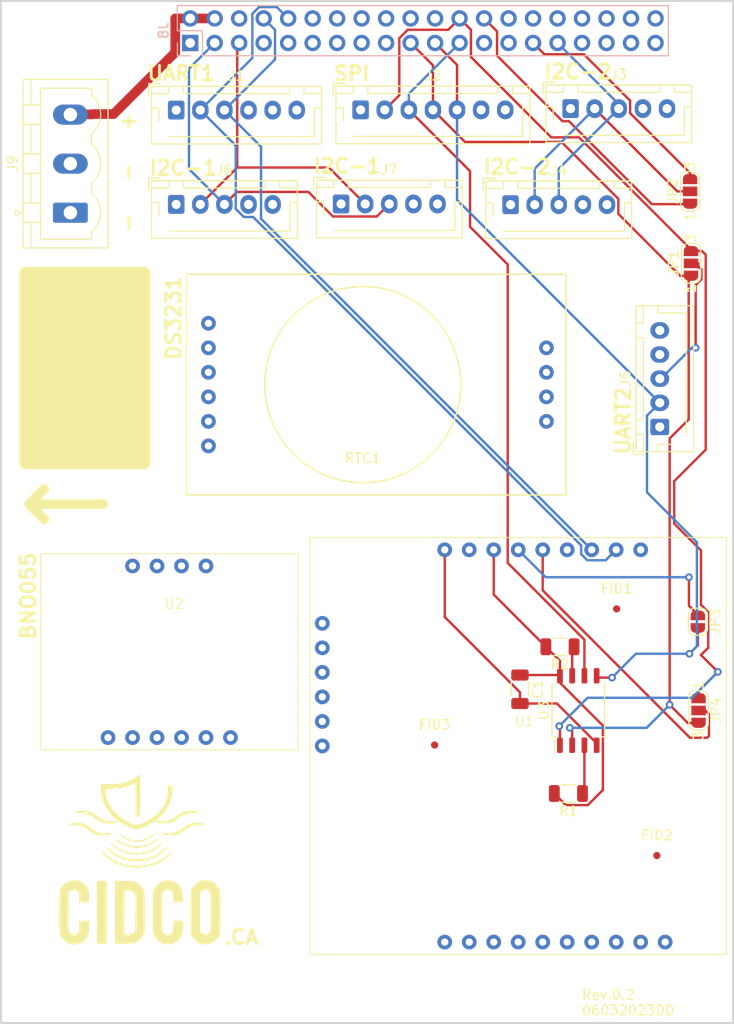
<source format=kicad_pcb>
(kicad_pcb (version 20221018) (generator pcbnew)
  (layers (0 "F.Cu" signal) (1 "In1.Cu" signal) (2 "In2.Cu" signal) (31 "B.Cu" signal) (34 "B.Paste" user) (35 "F.Paste" user) (36 "B.SilkS" user "B.Silkscreen") (37 "F.SilkS" user "F.Silkscreen") (38 "B.Mask" user) (39 "F.Mask" user) (44 "Edge.Cuts" user))
  (net 0 "")
  (net 18 "GND")
  (net 19 "U1RX")
  (net 20 "U1TX")
  (net 21 "+3.3V")
  (net 22 "+5V")
  (net 23 "U2TX{slash}CE0")
  (net 24 "SCLK")
  (net 25 "U2TX{slash}MOSI")
  (net 26 "U2RX{slash}MISO")
  (net 27 "Net-(J3-Pin_2)")
  (net 28 "SDA2")
  (net 29 "Net-(J5-Pin_3)")
  (net 30 "SCK1")
  (net 31 "SDA1")
  (net 32 "PPS")
  (net 33 "SCL4")
  (net 34 "SCL6")
  (net 35 "Net-(JP4-C)")
  (net 36 "Net-(JP3-A)")
  (net 38 "Net-(U3-IO2)")
  (net 39 "Net-(U3-IO3)")
  (footprint "MountingHole:MountingHole_2.7mm_M2.5_DIN965" (layer "F.Cu") (at 174.25 143.38)
    (fp_text reference "REF2" hide)
    (fp_text value "MountingHole_2.7mm_M2.5_DIN965" hide)
    (pad "" np_thru_hole circle (at 0 0) (size 2.7 2.7) (drill 2.7) (layers "*.Cu" "*.Mask"))
  )
  (footprint "Fiducial:Fiducial_0.75mm_Mask2.25mm" (layer "F.Cu") (at 165.425 103.38)
    (fp_text reference "FID1" (at 0 -2.0955) (layer "F.SilkS"))
    (fp_text value "Fiducial" hide)
    (pad "" smd circle (at 0 0) (size 0.75 0.75) (layers "F.Cu" "F.Mask") (clearance 0.75))
  )
  (footprint "MountingHole:MountingHole_2.7mm_M2.5_DIN965" (layer "F.Cu") (at 116.2 43.48)
    (fp_text reference "REF6" hide)
    (fp_text value "MountingHole_2.7mm_M2.5_DIN965" hide)
    (pad "" np_thru_hole circle (at 0 0) (size 2.7 2.7) (drill 2.7) (layers "*.Cu" "*.Mask"))
  )
  (footprint "gps-rtk:zed-f9p" (layer "F.Cu") (at 133.63 95.985)
    (fp_text reference "U1" (at 22.225 19.05 unlocked) (layer "F.SilkS") (effects (font (thickness 0.1))))
    (fp_text value "~")
    (pad "1" thru_hole circle (at 13.97 41.91) (size 1.524 1.524) (drill 0.762) (layers "*.Cu" "*.Mask") (net 18 "GND"))
    (pad "2" thru_hole circle (at 16.51 41.91) (size 1.524 1.524) (drill 0.762) (layers "*.Cu" "*.Mask") (net 21 "+3.3V"))
    (pad "3" thru_hole circle (at 19.05 41.91) (size 1.524 1.524) (drill 0.762) (layers "*.Cu" "*.Mask"))
    (pad "4" thru_hole circle (at 21.59 41.91) (size 1.524 1.524) (drill 0.762) (layers "*.Cu" "*.Mask"))
    (pad "5" thru_hole circle (at 24.13 41.91) (size 1.524 1.524) (drill 0.762) (layers "*.Cu" "*.Mask"))
    (pad "6" thru_hole circle (at 26.67 41.91) (size 1.524 1.524) (drill 0.762) (layers "*.Cu" "*.Mask"))
    (pad "7" thru_hole circle (at 29.21 41.91) (size 1.524 1.524) (drill 0.762) (layers "*.Cu" "*.Mask") (net 32 "PPS"))
    (pad "8" thru_hole circle (at 31.75 41.91) (size 1.524 1.524) (drill 0.762) (layers "*.Cu" "*.Mask"))
    (pad "9" thru_hole circle (at 34.29 41.91) (size 1.524 1.524) (drill 0.762) (layers "*.Cu" "*.Mask"))
    (pad "10" thru_hole circle (at 36.83 41.91) (size 1.524 1.524) (drill 0.762) (layers "*.Cu" "*.Mask"))
    (pad "11" thru_hole circle (at 13.97 1.27) (size 1.524 1.524) (drill 0.762) (layers "*.Cu" "*.Mask") (net 18 "GND"))
    (pad "12" thru_hole circle (at 16.51 1.27) (size 1.524 1.524) (drill 0.762) (layers "*.Cu" "*.Mask"))
    (pad "13" thru_hole circle (at 19.05 1.27) (size 1.524 1.524) (drill 0.762) (layers "*.Cu" "*.Mask") (net 21 "+3.3V"))
    (pad "14" thru_hole circle (at 21.59 1.27) (size 1.524 1.524) (drill 0.762) (layers "*.Cu" "*.Mask") (net 36 "Net-(JP3-A)"))
    (pad "15" thru_hole circle (at 24.13 1.27) (size 1.524 1.524) (drill 0.762) (layers "*.Cu" "*.Mask") (net 35 "Net-(JP4-C)"))
    (pad "16" thru_hole circle (at 26.67 1.27) (size 1.524 1.524) (drill 0.762) (layers "*.Cu" "*.Mask"))
    (pad "17" thru_hole circle (at 29.21 1.27) (size 1.524 1.524) (drill 0.762) (layers "*.Cu" "*.Mask") (net 20 "U1TX"))
    (pad "18" thru_hole circle (at 31.75 1.27) (size 1.524 1.524) (drill 0.762) (layers "*.Cu" "*.Mask") (net 19 "U1RX"))
    (pad "19" thru_hole circle (at 34.29 1.27) (size 1.524 1.524) (drill 0.762) (layers "*.Cu" "*.Mask"))
    (pad "20" thru_hole circle (at 1.27 8.89 270) (size 1.524 1.524) (drill 0.762) (layers "*.Cu" "*.Mask"))
    (pad "21" thru_hole circle (at 1.27 11.43 270) (size 1.524 1.524) (drill 0.762) (layers "*.Cu" "*.Mask"))
    (pad "22" thru_hole circle (at 1.27 13.97 270) (size 1.524 1.524) (drill 0.762) (layers "*.Cu" "*.Mask"))
    (pad "23" thru_hole circle (at 1.27 16.51 270) (size 1.524 1.524) (drill 0.762) (layers "*.Cu" "*.Mask") (net 21 "+3.3V"))
    (pad "24" thru_hole circle (at 1.27 19.05 270) (size 1.524 1.524) (drill 0.762) (layers "*.Cu" "*.Mask"))
    (pad "25" thru_hole circle (at 1.27 21.59 270) (size 1.524 1.524) (drill 0.762) (layers "*.Cu" "*.Mask") (net 18 "GND"))
  )
  (footprint "cidco:logo cidco" (layer "F.Cu") (at 116.2 128.975)
    (fp_text reference "logo1" hide)
    (fp_text value "LOGO" hide)
  )
  (footprint "MountingHole:MountingHole_2.7mm_M2.5_DIN965" (layer "F.Cu") (at 116.2 143.38)
    (fp_text reference "REF1" hide)
    (fp_text value "MountingHole_2.7mm_M2.5_DIN965" hide)
    (pad "" np_thru_hole circle (at 0 0) (size 2.7 2.7) (drill 2.7) (layers "*.Cu" "*.Mask"))
  )
  (footprint "Connector_JST:JST_XH_B6B-XH-AM_1x06_P2.50mm_Vertical" (layer "F.Cu") (at 119.75 51.705)
    (fp_text reference "J1" (at 6.25 -3.55) (layer "F.SilkS"))
    (fp_text value "Conn_01x05" hide)
    (pad "" np_thru_hole circle (at -1.6 2) (size 1.2 1.2) (drill 1.2) (layers "*.Cu" "*.Mask"))
    (pad "1" thru_hole roundrect (at 0 0) (size 1.7 1.95) (drill 0.95) (layers "*.Cu" "*.Mask") (roundrect_rratio 0.1470588235) (net 18 "GND"))
    (pad "2" thru_hole oval (at 2.5 0) (size 1.7 1.95) (drill 0.95) (layers "*.Cu" "*.Mask") (net 19 "U1RX"))
    (pad "3" thru_hole oval (at 5 0) (size 1.7 1.95) (drill 0.95) (layers "*.Cu" "*.Mask") (net 20 "U1TX"))
    (pad "4" thru_hole oval (at 7.5 0) (size 1.7 1.95) (drill 0.95) (layers "*.Cu" "*.Mask") (net 32 "PPS"))
    (pad "5" thru_hole oval (at 10 0) (size 1.7 1.95) (drill 0.95) (layers "*.Cu" "*.Mask") (net 21 "+3.3V"))
    (pad "6" thru_hole oval (at 12.5 0) (size 1.7 1.95) (drill 0.95) (layers "*.Cu" "*.Mask") (net 22 "+5V"))
  )
  (footprint "Connector_Phoenix_MSTB:PhoenixContact_MSTBVA_2,5_3-G-5,08_1x03_P5.08mm_Vertical" (layer "F.Cu") (at 108.7725 62.335 90)
    (fp_text reference "J9" (at 5.08 -6 90) (layer "F.SilkS"))
    (fp_text value "Conn_01x03" hide)
    (pad "1" thru_hole roundrect (at 0 0 90) (size 2.08 3.6) (drill 1.4) (layers "*.Cu" "*.Mask") (roundrect_rratio 0.1201918269) (net 18 "GND"))
    (pad "2" thru_hole oval (at 5.08 0 90) (size 2.08 3.6) (drill 1.4) (layers "*.Cu" "*.Mask") (net 18 "GND"))
    (pad "3" thru_hole oval (at 10.16 0 90) (size 2.08 3.6) (drill 1.4) (layers "*.Cu" "*.Mask") (net 22 "+5V"))
  )
  (footprint "Connector_JST:JST_XH_B5B-XH-AM_1x05_P2.50mm_Vertical" (layer "F.Cu") (at 160.65 51.555)
    (fp_text reference "J3" (at 5 -3.55) (layer "F.SilkS"))
    (fp_text value "Conn_01x05" hide)
    (pad "" np_thru_hole circle (at -1.6 2) (size 1.2 1.2) (drill 1.2) (layers "*.Cu" "*.Mask"))
    (pad "1" thru_hole roundrect (at 0 0) (size 1.7 1.95) (drill 0.95) (layers "*.Cu" "*.Mask") (roundrect_rratio 0.1470588235) (net 18 "GND"))
    (pad "2" thru_hole oval (at 2.5 0) (size 1.7 1.95) (drill 0.95) (layers "*.Cu" "*.Mask") (net 27 "Net-(J3-Pin_2)"))
    (pad "3" thru_hole oval (at 5 0) (size 1.7 1.95) (drill 0.95) (layers "*.Cu" "*.Mask") (net 28 "SDA2"))
    (pad "4" thru_hole oval (at 7.5 0) (size 1.7 1.95) (drill 0.95) (layers "*.Cu" "*.Mask") (net 21 "+3.3V"))
    (pad "5" thru_hole oval (at 10 0) (size 1.7 1.95) (drill 0.95) (layers "*.Cu" "*.Mask") (net 22 "+5V"))
  )
  (footprint "Resistor_SMD:R_1206_3216Metric" (layer "F.Cu") (at 160.425 122.505 180)
    (fp_text reference "R1" (at 0 -1.82) (layer "F.SilkS"))
    (fp_text value "10K")
    (pad "1" smd roundrect (at -1.4625 0 180) (size 1.125 1.75) (layers "F.Cu" "F.Paste" "F.Mask") (roundrect_rratio 0.2222222222) (net 38 "Net-(U3-IO2)"))
    (pad "2" smd roundrect (at 1.4625 0 180) (size 1.125 1.75) (layers "F.Cu" "F.Paste" "F.Mask") (roundrect_rratio 0.2222222222) (net 21 "+3.3V"))
  )
  (footprint "megasaturnv_custom_components:RTC_DS3231" (layer "F.Cu") (at 120.0465 68.7125)
    (fp_text reference "RTC1" (at 19.05 19.05) (layer "F.SilkS"))
    (fp_text value "RTC_DS3231" hide)
    (pad "1" thru_hole circle (at 38.1 7.62) (size 1.524 1.524) (drill 0.762) (layers "*.Cu" "*.Mask") (net 18 "GND"))
    (pad "2" thru_hole circle (at 38.1 10.16) (size 1.524 1.524) (drill 0.762) (layers "*.Cu" "*.Mask") (net 21 "+3.3V"))
    (pad "3" thru_hole circle (at 38.1 12.7) (size 1.524 1.524) (drill 0.762) (layers "*.Cu" "*.Mask") (net 31 "SDA1"))
    (pad "4" thru_hole circle (at 38.1 15.24) (size 1.524 1.524) (drill 0.762) (layers "*.Cu" "*.Mask") (net 30 "SCK1"))
    (pad "5" thru_hole circle (at 3.048 5.08) (size 1.524 1.524) (drill 0.762) (layers "*.Cu" "*.Mask"))
    (pad "6" thru_hole circle (at 3.048 7.62) (size 1.524 1.524) (drill 0.762) (layers "*.Cu" "*.Mask"))
    (pad "7" thru_hole circle (at 3.048 10.16) (size 1.524 1.524) (drill 0.762) (layers "*.Cu" "*.Mask"))
    (pad "8" thru_hole circle (at 3.048 12.7) (size 1.524 1.524) (drill 0.762) (layers "*.Cu" "*.Mask"))
    (pad "9" thru_hole circle (at 3.048 15.24) (size 1.524 1.524) (drill 0.762) (layers "*.Cu" "*.Mask"))
    (pad "10" thru_hole circle (at 3.048 17.78) (size 1.524 1.524) (drill 0.762) (layers "*.Cu" "*.Mask"))
  )
  (footprint "Fiducial:Fiducial_0.75mm_Mask2.25mm" (layer "F.Cu") (at 146.55 117.48)
    (fp_text reference "FID3" (at 0 -2.0955) (layer "F.SilkS"))
    (fp_text value "Fiducial" hide)
    (pad "" smd circle (at 0 0) (size 0.75 0.75) (layers "F.Cu" "F.Mask") (clearance 0.75))
  )
  (footprint "Jumper:SolderJumper-2_P1.3mm_Open_RoundedPad1.0x1.5mm" (layer "F.Cu") (at 173.85 104.705 -90)
    (fp_text reference "JP3" (at 0 -1.8 -90) (layer "F.SilkS"))
    (fp_text value "SolderJumper_2_Open")
    (pad "1" smd custom (at -0.65 0 270) (size 1 0.5) (layers "F.Cu" "F.Mask") (net 36 "Net-(JP3-A)") (options (clearance outline) (anchor rect)) (primitives (gr_circle (center 0 0.25) (end 0.5 0.25) (width 0) (fill yes)) (gr_circle (center 0 -0.25) (end 0.5 -0.25) (width 0) (fill yes)) (gr_poly (pts (xy 0.5 0.75) (xy 0 0.75) (xy 0 -0.75) (xy 0.5 -0.75)) (width 0) (fill yes))))
    (pad "2" smd custom (at 0.65 0 270) (size 1 0.5) (layers "F.Cu" "F.Mask") (net 26 "U2RX{slash}MISO") (options (clearance outline) (anchor rect)) (primitives (gr_circle (center 0 0.25) (end 0.5 0.25) (width 0) (fill yes)) (gr_circle (center 0 -0.25) (end 0.5 -0.25) (width 0) (fill yes)) (gr_poly (pts (xy 0 0.75) (xy -0.5 0.75) (xy -0.5 -0.75) (xy 0 -0.75)) (width 0) (fill yes))))
  )
  (footprint "Connector_JST:JST_XH_B5B-XH-AM_1x05_P2.50mm_Vertical" (layer "F.Cu") (at 169.9 84.53 90)
    (fp_text reference "J5" (at 5 -3.55 90) (layer "F.SilkS"))
    (fp_text value "Conn_01x06" hide)
    (pad "" np_thru_hole circle (at -1.6 2 90) (size 1.2 1.2) (drill 1.2) (layers "*.Cu" "*.Mask"))
    (pad "1" thru_hole roundrect (at 0 0 90) (size 1.7 1.95) (drill 0.95) (layers "*.Cu" "*.Mask") (roundrect_rratio 0.1470588235) (net 18 "GND"))
    (pad "2" thru_hole oval (at 2.5 0 90) (size 1.7 1.95) (drill 0.95) (layers "*.Cu" "*.Mask") (net 26 "U2RX{slash}MISO"))
    (pad "3" thru_hole oval (at 5 0 90) (size 1.7 1.95) (drill 0.95) (layers "*.Cu" "*.Mask") (net 29 "Net-(J5-Pin_3)"))
    (pad "4" thru_hole oval (at 7.5 0 90) (size 1.7 1.95) (drill 0.95) (layers "*.Cu" "*.Mask") (net 21 "+3.3V"))
    (pad "5" thru_hole oval (at 10 0 90) (size 1.7 1.95) (drill 0.95) (layers "*.Cu" "*.Mask") (net 22 "+5V"))
  )
  (footprint "Resistor_SMD:R_1206_3216Metric" (layer "F.Cu") (at 159.55 107.305 180)
    (fp_text reference "R2" (at 0 -1.82) (layer "F.SilkS"))
    (fp_text value "10K")
    (pad "1" smd roundrect (at -1.4625 0 180) (size 1.125 1.75) (layers "F.Cu" "F.Paste" "F.Mask") (roundrect_rratio 0.2222222222) (net 39 "Net-(U3-IO3)"))
    (pad "2" smd roundrect (at 1.4625 0 180) (size 1.125 1.75) (layers "F.Cu" "F.Paste" "F.Mask") (roundrect_rratio 0.2222222222) (net 21 "+3.3V"))
  )
  (footprint "MountingHole:MountingHole_2.7mm_M2.5_DIN965" (layer "F.Cu") (at 116.2 92.48)
    (fp_text reference "REF4" hide)
    (fp_text value "MountingHole_2.7mm_M2.5_DIN965" hide)
    (pad "" np_thru_hole circle (at 0 0) (size 2.7 2.7) (drill 2.7) (layers "*.Cu" "*.Mask"))
  )
  (footprint "Connector_JST:JST_XH_B5B-XH-AM_1x05_P2.50mm_Vertical" (layer "F.Cu") (at 119.75 61.48)
    (fp_text reference "J6" (at 5 -3.55) (layer "F.SilkS"))
    (fp_text value "Conn_01x05" hide)
    (pad "" np_thru_hole circle (at -1.6 2) (size 1.2 1.2) (drill 1.2) (layers "*.Cu" "*.Mask"))
    (pad "1" thru_hole roundrect (at 0 0) (size 1.7 1.95) (drill 0.95) (layers "*.Cu" "*.Mask") (roundrect_rratio 0.1470588235) (net 18 "GND"))
    (pad "2" thru_hole oval (at 2.5 0) (size 1.7 1.95) (drill 0.95) (layers "*.Cu" "*.Mask") (net 30 "SCK1"))
    (pad "3" thru_hole oval (at 5 0) (size 1.7 1.95) (drill 0.95) (layers "*.Cu" "*.Mask") (net 31 "SDA1"))
    (pad "4" thru_hole oval (at 7.5 0) (size 1.7 1.95) (drill 0.95) (layers "*.Cu" "*.Mask") (net 21 "+3.3V"))
    (pad "5" thru_hole oval (at 10 0) (size 1.7 1.95) (drill 0.95) (layers "*.Cu" "*.Mask") (net 22 "+5V"))
  )
  (footprint "Fiducial:Fiducial_0.75mm_Mask2.25mm" (layer "F.Cu") (at 169.6 128.93)
    (fp_text reference "FID2" (at 0 -2.0955) (layer "F.SilkS"))
    (fp_text value "Fiducial" hide)
    (pad "" smd circle (at 0 0) (size 0.75 0.75) (layers "F.Cu" "F.Mask") (clearance 0.75))
  )
  (footprint "MountingHole:MountingHole_2.7mm_M2.5_DIN965" (layer "F.Cu") (at 174.2 92.48)
    (fp_text reference "REF3" hide)
    (fp_text value "MountingHole_2.7mm_M2.5_DIN965" hide)
    (pad "" np_thru_hole circle (at 0 0) (size 2.7 2.7) (drill 2.7) (layers "*.Cu" "*.Mask"))
  )
  (footprint "Connector_JST:JST_XH_B5B-XH-AM_1x05_P2.50mm_Vertical" (layer "F.Cu") (at 154.425 61.505)
    (fp_text reference "J4" (at 5 -3.55) (layer "F.SilkS"))
    (fp_text value "Conn_01x05" hide)
    (pad "" np_thru_hole circle (at -1.6 2) (size 1.2 1.2) (drill 1.2) (layers "*.Cu" "*.Mask"))
    (pad "1" thru_hole roundrect (at 0 0) (size 1.7 1.95) (drill 0.95) (layers "*.Cu" "*.Mask") (roundrect_rratio 0.1470588235) (net 18 "GND"))
    (pad "2" thru_hole oval (at 2.5 0) (size 1.7 1.95) (drill 0.95) (layers "*.Cu" "*.Mask") (net 27 "Net-(J3-Pin_2)"))
    (pad "3" thru_hole oval (at 5 0) (size 1.7 1.95) (drill 0.95) (layers "*.Cu" "*.Mask") (net 28 "SDA2"))
    (pad "4" thru_hole oval (at 7.5 0) (size 1.7 1.95) (drill 0.95) (layers "*.Cu" "*.Mask") (net 21 "+3.3V"))
    (pad "5" thru_hole oval (at 10 0) (size 1.7 1.95) (drill 0.95) (layers "*.Cu" "*.Mask") (net 22 "+5V"))
  )
  (footprint "Package_SO:SOIC-8_5.23x5.23mm_P1.27mm" (layer "F.Cu") (at 161.45 113.905 90)
    (fp_text reference "U3" (at 0 -3.56 90) (layer "F.SilkS"))
    (fp_text value "W25Q32JVSS" hide)
    (pad "1" smd roundrect (at -3.6 -1.905 90) (size 1.6 0.6) (layers "F.Cu" "F.Paste" "F.Mask") (net 23 "U2TX{slash}CE0"))
    (pad "2" smd roundrect (at -3.6 -0.635 90) (size 1.6 0.6) (layers "F.Cu" "F.Paste" "F.Mask") (net 25 "U2TX{slash}MOSI"))
    (pad "3" smd roundrect (at -3.6 0.635 90) (size 1.6 0.6) (layers "F.Cu" "F.Paste" "F.Mask") (net 38 "Net-(U3-IO2)"))
    (pad "4" smd roundrect (at -3.6 1.905 90) (size 1.6 0.6) (layers "F.Cu" "F.Paste" "F.Mask") (net 18 "GND"))
    (pad "5" smd roundrect (at 3.6 1.905 90) (size 1.6 0.6) (layers "F.Cu" "F.Paste" "F.Mask") (net 26 "U2RX{slash}MISO"))
    (pad "6" smd roundrect (at 3.6 0.635 90) (size 1.6 0.6) (layers "F.Cu" "F.Paste" "F.Mask") (net 24 "SCLK"))
    (pad "7" smd roundrect (at 3.6 -0.635 90) (size 1.6 0.6) (layers "F.Cu" "F.Paste" "F.Mask") (net 39 "Net-(U3-IO3)"))
    (pad "8" smd roundrect (at 3.6 -1.905 90) (size 1.6 0.6) (layers "F.Cu" "F.Paste" "F.Mask") (net 21 "+3.3V"))
  )
  (footprint "Connector_JST:JST_XH_B7B-XH-AM_1x07_P2.50mm_Vertical" (layer "F.Cu") (at 138.875 51.68)
    (fp_text reference "J2" (at 7.5 -3.55) (layer "F.SilkS"))
    (fp_text value "Conn_01x07" hide)
    (pad "" np_thru_hole circle (at -1.6 2) (size 1.2 1.2) (drill 1.2) (layers "*.Cu" "*.Mask"))
    (pad "1" thru_hole roundrect (at 0 0) (size 1.7 1.95) (drill 0.95) (layers "*.Cu" "*.Mask") (roundrect_rratio 0.1470588235) (net 18 "GND"))
    (pad "2" thru_hole oval (at 2.5 0) (size 1.7 1.95) (drill 0.95) (layers "*.Cu" "*.Mask") (net 23 "U2TX{slash}CE0"))
    (pad "3" thru_hole oval (at 5 0) (size 1.7 1.95) (drill 0.95) (layers "*.Cu" "*.Mask") (net 24 "SCLK"))
    (pad "4" thru_hole oval (at 7.5 0) (size 1.7 1.95) (drill 0.95) (layers "*.Cu" "*.Mask") (net 25 "U2TX{slash}MOSI"))
    (pad "5" thru_hole oval (at 10 0) (size 1.7 1.95) (drill 0.95) (layers "*.Cu" "*.Mask") (net 26 "U2RX{slash}MISO"))
    (pad "6" thru_hole oval (at 12.5 0) (size 1.7 1.95) (drill 0.95) (layers "*.Cu" "*.Mask") (net 21 "+3.3V"))
    (pad "7" thru_hole oval (at 15 0) (size 1.7 1.95) (drill 0.95) (layers "*.Cu" "*.Mask") (net 22 "+5V"))
  )
  (footprint "imu:bno055" (layer "F.Cu") (at 105.695 97.66)
    (fp_text reference "U2" (at 13.843 5.207 unlocked) (layer "F.SilkS") (effects (font (thickness 0.1))))
    (fp_text value "~")
    (pad "1" thru_hole circle (at 6.985 19.05) (size 1.524 1.524) (drill 0.762) (layers "*.Cu" "*.Mask") (net 21 "+3.3V"))
    (pad "2" thru_hole circle (at 9.525 19.05) (size 1.524 1.524) (drill 0.762) (layers "*.Cu" "*.Mask"))
    (pad "3" thru_hole circle (at 12.065 19.05) (size 1.524 1.524) (drill 0.762) (layers "*.Cu" "*.Mask") (net 18 "GND"))
    (pad "4" thru_hole circle (at 14.605 19.05) (size 1.524 1.524) (drill 0.762) (layers "*.Cu" "*.Mask") (net 31 "SDA1"))
    (pad "5" thru_hole circle (at 17.145 19.05) (size 1.524 1.524) (drill 0.762) (layers "*.Cu" "*.Mask") (net 30 "SCK1"))
    (pad "6" thru_hole circle (at 19.685 19.05) (size 1.524 1.524) (drill 0.762) (layers "*.Cu" "*.Mask"))
    (pad "7" thru_hole circle (at 17.145 1.27) (size 1.524 1.524) (drill 0.762) (layers "*.Cu" "*.Mask"))
    (pad "8" thru_hole circle (at 14.605 1.27) (size 1.524 1.524) (drill 0.762) (layers "*.Cu" "*.Mask"))
    (pad "9" thru_hole circle (at 12.065 1.27) (size 1.524 1.524) (drill 0.762) (layers "*.Cu" "*.Mask"))
    (pad "10" thru_hole circle (at 9.525 1.27) (size 1.524 1.524) (drill 0.762) (layers "*.Cu" "*.Mask"))
  )
  (footprint "Connector_JST:JST_XH_B5B-XH-AM_1x05_P2.50mm_Vertical" (layer "F.Cu") (at 136.85 61.43)
    (fp_text reference "J7" (at 5 -3.55) (layer "F.SilkS"))
    (fp_text value "Conn_01x05" hide)
    (pad "" np_thru_hole circle (at -1.6 2) (size 1.2 1.2) (drill 1.2) (layers "*.Cu" "*.Mask"))
    (pad "1" thru_hole roundrect (at 0 0) (size 1.7 1.95) (drill 0.95) (layers "*.Cu" "*.Mask") (roundrect_rratio 0.1470588235) (net 18 "GND"))
    (pad "2" thru_hole oval (at 2.5 0) (size 1.7 1.95) (drill 0.95) (layers "*.Cu" "*.Mask") (net 30 "SCK1"))
    (pad "3" thru_hole oval (at 5 0) (size 1.7 1.95) (drill 0.95) (layers "*.Cu" "*.Mask") (net 31 "SDA1"))
    (pad "4" thru_hole oval (at 7.5 0) (size 1.7 1.95) (drill 0.95) (layers "*.Cu" "*.Mask") (net 21 "+3.3V"))
    (pad "5" thru_hole oval (at 10 0) (size 1.7 1.95) (drill 0.95) (layers "*.Cu" "*.Mask") (net 22 "+5V"))
  )
  (footprint "Capacitor_SMD:C_1206_3216Metric" (layer "F.Cu") (at 155.4 111.705 -90)
    (fp_text reference "C1" (at 0 -1.85 90) (layer "F.SilkS"))
    (fp_text value "100nF")
    (pad "1" smd roundrect (at -1.475 0 270) (size 1.15 1.8) (layers "F.Cu" "F.Paste" "F.Mask") (roundrect_rratio 0.2173913043) (net 21 "+3.3V"))
    (pad "2" smd roundrect (at 1.475 0 270) (size 1.15 1.8) (layers "F.Cu" "F.Paste" "F.Mask") (roundrect_rratio 0.2173913043) (net 18 "GND"))
  )
  (footprint "Jumper:SolderJumper-3_P1.3mm_Open_RoundedPad1.0x1.5mm_NumberLabels" (layer "F.Cu") (at 173.05 60.125 90)
    (fp_text reference "JP2" (at 0 -1.8 90) (layer "F.SilkS"))
    (fp_text value "SolderJumper_3_Open")
    (fp_text user "1" (at -2.6 0 90) (layer "F.SilkS"))
    (fp_text user "3" (at 2.6 0 90) (layer "F.SilkS"))
    (pad "1" smd custom (at -1.3 0 90) (size 1 0.5) (layers "F.Cu" "F.Mask") (net 33 "SCL4") (options (clearance outline) (anchor rect)) (primitives (gr_circle (center 0 0.25) (end 0.5 0.25) (width 0) (fill yes)) (gr_circle (center 0 -0.25) (end 0.5 -0.25) (width 0) (fill yes)) (gr_poly (pts (xy 0.55 0.75) (xy 0 0.75) (xy 0 -0.75) (xy 0.55 -0.75)) (width 0) (fill yes))))
    (pad "2" smd rect (at 0 0 90) (size 1 1.5) (layers "F.Cu" "F.Mask") (net 27 "Net-(J3-Pin_2)"))
    (pad "3" smd custom (at 1.3 0 90) (size 1 0.5) (layers "F.Cu" "F.Mask") (net 34 "SCL6") (options (clearance outline) (anchor rect)) (primitives (gr_circle (center 0 0.25) (end 0.5 0.25) (width 0) (fill yes)) (gr_circle (center 0 -0.25) (end 0.5 -0.25) (width 0) (fill yes)) (gr_poly (pts (xy 0 0.75) (xy -0.55 0.75) (xy -0.55 -0.75) (xy 0 -0.75)) (width 0) (fill yes))))
  )
  (footprint "MountingHole:MountingHole_2.7mm_M2.5_DIN965" (layer "F.Cu") (at 174.2 43.48)
    (fp_text reference "REF5" hide)
    (fp_text value "MountingHole_2.7mm_M2.5_DIN965" hide)
    (pad "" np_thru_hole circle (at 0 0) (size 2.7 2.7) (drill 2.7) (layers "*.Cu" "*.Mask"))
  )
  (footprint "Jumper:SolderJumper-3_P1.3mm_Open_RoundedPad1.0x1.5mm_NumberLabels" (layer "F.Cu") (at 173.1425 67.585 90)
    (fp_text reference "JP1" (at 0 -1.8 90) (layer "F.SilkS"))
    (fp_text value "SolderJumper_3_Open")
    (fp_text user "1" (at -2.6 0 90) (layer "F.SilkS"))
    (fp_text user "3" (at 2.6 0 90) (layer "F.SilkS"))
    (pad "1" smd custom (at -1.3 0 90) (size 1 0.5) (layers "F.Cu" "F.Mask") (net 25 "U2TX{slash}MOSI") (options (clearance outline) (anchor rect)) (primitives (gr_circle (center 0 0.25) (end 0.5 0.25) (width 0) (fill yes)) (gr_circle (center 0 -0.25) (end 0.5 -0.25) (width 0) (fill yes)) (gr_poly (pts (xy 0.55 0.75) (xy 0 0.75) (xy 0 -0.75) (xy 0.55 -0.75)) (width 0) (fill yes))))
    (pad "2" smd rect (at 0 0 90) (size 1 1.5) (layers "F.Cu" "F.Mask") (net 29 "Net-(J5-Pin_3)"))
    (pad "3" smd custom (at 1.3 0 90) (size 1 0.5) (layers "F.Cu" "F.Mask") (net 23 "U2TX{slash}CE0") (options (clearance outline) (anchor rect)) (primitives (gr_circle (center 0 0.25) (end 0.5 0.25) (width 0) (fill yes)) (gr_circle (center 0 -0.25) (end 0.5 -0.25) (width 0) (fill yes)) (gr_poly (pts (xy 0 0.75) (xy -0.55 0.75) (xy -0.55 -0.75) (xy 0 -0.75)) (width 0) (fill yes))))
  )
  (footprint "Jumper:SolderJumper-3_P1.3mm_Open_RoundedPad1.0x1.5mm_NumberLabels" (layer "F.Cu") (at 173.925 113.905 -90)
    (fp_text reference "JP4" (at 0 -1.8 -90) (layer "F.SilkS"))
    (fp_text value "SolderJumper_3_Open")
    (fp_text user "1" (at -2.6 0 -90) (layer "F.SilkS"))
    (fp_text user "3" (at 2.6 0 -90) (layer "F.SilkS"))
    (pad "1" smd custom (at -1.3 0 270) (size 1 0.5) (layers "F.Cu" "F.Mask") (net 23 "U2TX{slash}CE0") (options (clearance outline) (anchor rect)) (primitives (gr_circle (center 0 0.25) (end 0.5 0.25) (width 0) (fill yes)) (gr_circle (center 0 -0.25) (end 0.5 -0.25) (width 0) (fill yes)) (gr_poly (pts (xy 0.55 0.75) (xy 0 0.75) (xy 0 -0.75) (xy 0.55 -0.75)) (width 0) (fill yes))))
    (pad "2" smd rect (at 0 0 270) (size 1 1.5) (layers "F.Cu" "F.Mask") (net 35 "Net-(JP4-C)"))
    (pad "3" smd custom (at 1.3 0 270) (size 1 0.5) (layers "F.Cu" "F.Mask") (net 25 "U2TX{slash}MOSI") (options (clearance outline) (anchor rect)) (primitives (gr_circle (center 0 0.25) (end 0.5 0.25) (width 0) (fill yes)) (gr_circle (center 0 -0.25) (end 0.5 -0.25) (width 0) (fill yes)) (gr_poly (pts (xy 0 0.75) (xy -0.55 0.75) (xy -0.55 -0.75) (xy 0 -0.75)) (width 0) (fill yes))))
  )
  (footprint "Connector_PinSocket_2.54mm:PinSocket_2x20_P2.54mm_Vertical" (layer "B.Cu") (at 121.2 44.75 -90)
    (fp_text reference "J8" (at -1.27 2.77 90) (layer "B.SilkS") (effects (justify mirror)))
    (fp_text value "Raspberry_Pi_2_3" hide)
    (pad "1" thru_hole rect (at 0 0 270) (size 1.7 1.7) (drill 1) (layers "*.Cu" "*.Mask") (net 21 "+3.3V"))
    (pad "2" thru_hole oval (at -2.54 0 270) (size 1.7 1.7) (drill 1) (layers "*.Cu" "*.Mask") (net 22 "+5V"))
    (pad "3" thru_hole oval (at 0 -2.54 270) (size 1.7 1.7) (drill 1) (layers "*.Cu" "*.Mask") (net 31 "SDA1"))
    (pad "4" thru_hole oval (at -2.54 -2.54 270) (size 1.7 1.7) (drill 1) (layers "*.Cu" "*.Mask") (net 22 "+5V"))
    (pad "5" thru_hole oval (at 0 -5.08 270) (size 1.7 1.7) (drill 1) (layers "*.Cu" "*.Mask") (net 30 "SCK1"))
    (pad "6" thru_hole oval (at -2.54 -5.08 270) (size 1.7 1.7) (drill 1) (layers "*.Cu" "*.Mask") (net 18 "GND"))
    (pad "7" thru_hole oval (at 0 -7.62 270) (size 1.7 1.7) (drill 1) (layers "*.Cu" "*.Mask") (net 32 "PPS"))
    (pad "8" thru_hole oval (at -2.54 -7.62 270) (size 1.7 1.7) (drill 1) (layers "*.Cu" "*.Mask") (net 20 "U1TX"))
    (pad "9" thru_hole oval (at 0 -10.16 270) (size 1.7 1.7) (drill 1) (layers "*.Cu" "*.Mask") (net 18 "GND"))
    (pad "10" thru_hole oval (at -2.54 -10.16 270) (size 1.7 1.7) (drill 1) (layers "*.Cu" "*.Mask") (net 19 "U1RX"))
    (pad "11" thru_hole oval (at 0 -12.7 270) (size 1.7 1.7) (drill 1) (layers "*.Cu" "*.Mask"))
    (pad "12" thru_hole oval (at -2.54 -12.7 270) (size 1.7 1.7) (drill 1) (layers "*.Cu" "*.Mask"))
    (pad "13" thru_hole oval (at 0 -15.24 270) (size 1.7 1.7) (drill 1) (layers "*.Cu" "*.Mask"))
    (pad "14" thru_hole oval (at -2.54 -15.24 270) (size 1.7 1.7) (drill 1) (layers "*.Cu" "*.Mask") (net 18 "GND"))
    (pad "15" thru_hole oval (at 0 -17.78 270) (size 1.7 1.7) (drill 1) (layers "*.Cu" "*.Mask"))
    (pad "16" thru_hole oval (at -2.54 -17.78 270) (size 1.7 1.7) (drill 1) (layers "*.Cu" "*.Mask"))
    (pad "17" thru_hole oval (at 0 -20.32 270) (size 1.7 1.7) (drill 1) (layers "*.Cu" "*.Mask") (net 21 "+3.3V"))
    (pad "18" thru_hole oval (at -2.54 -20.32 270) (size 1.7 1.7) (drill 1) (layers "*.Cu" "*.Mask"))
    (pad "19" thru_hole oval (at 0 -22.86 270) (size 1.7 1.7) (drill 1) (layers "*.Cu" "*.Mask") (net 25 "U2TX{slash}MOSI"))
    (pad "20" thru_hole oval (at -2.54 -22.86 270) (size 1.7 1.7) (drill 1) (layers "*.Cu" "*.Mask") (net 18 "GND"))
    (pad "21" thru_hole oval (at 0 -25.4 270) (size 1.7 1.7) (drill 1) (layers "*.Cu" "*.Mask") (net 26 "U2RX{slash}MISO"))
    (pad "22" thru_hole oval (at -2.54 -25.4 270) (size 1.7 1.7) (drill 1) (layers "*.Cu" "*.Mask"))
    (pad "23" thru_hole oval (at 0 -27.94 270) (size 1.7 1.7) (drill 1) (layers "*.Cu" "*.Mask") (net 24 "SCLK"))
    (pad "24" thru_hole oval (at -2.54 -27.94 270) (size 1.7 1.7) (drill 1) (layers "*.Cu" "*.Mask") (net 23 "U2TX{slash}CE0"))
    (pad "25" thru_hole oval (at 0 -30.48 270) (size 1.7 1.7) (drill 1) (layers "*.Cu" "*.Mask") (net 18 "GND"))
    (pad "26" thru_hole oval (at -2.54 -30.48 270) (size 1.7 1.7) (drill 1) (layers "*.Cu" "*.Mask") (net 33 "SCL4"))
    (pad "27" thru_hole oval (at 0 -33.02 270) (size 1.7 1.7) (drill 1) (layers "*.Cu" "*.Mask"))
    (pad "28" thru_hole oval (at -2.54 -33.02 270) (size 1.7 1.7) (drill 1) (layers "*.Cu" "*.Mask"))
    (pad "29" thru_hole oval (at 0 -35.56 270) (size 1.7 1.7) (drill 1) (layers "*.Cu" "*.Mask") (net 34 "SCL6"))
    (pad "30" thru_hole oval (at -2.54 -35.56 270) (size 1.7 1.7) (drill 1) (layers "*.Cu" "*.Mask") (net 18 "GND"))
    (pad "31" thru_hole oval (at 0 -38.1 270) (size 1.7 1.7) (drill 1) (layers "*.Cu" "*.Mask") (net 28 "SDA2"))
    (pad "32" thru_hole oval (at -2.54 -38.1 270) (size 1.7 1.7) (drill 1) (layers "*.Cu" "*.Mask"))
    (pad "33" thru_hole oval (at 0 -40.64 270) (size 1.7 1.7) (drill 1) (layers "*.Cu" "*.Mask"))
    (pad "34" thru_hole oval (at -2.54 -40.64 270) (size 1.7 1.7) (drill 1) (layers "*.Cu" "*.Mask") (net 18 "GND"))
    (pad "35" thru_hole oval (at 0 -43.18 270) (size 1.7 1.7) (drill 1) (layers "*.Cu" "*.Mask"))
    (pad "36" thru_hole oval (at -2.54 -43.18 270) (size 1.7 1.7) (drill 1) (layers "*.Cu" "*.Mask"))
    (pad "37" thru_hole oval (at 0 -45.72 270) (size 1.7 1.7) (drill 1) (layers "*.Cu" "*.Mask"))
    (pad "38" thru_hole oval (at -2.54 -45.72 270) (size 1.7 1.7) (drill 1) (layers "*.Cu" "*.Mask"))
    (pad "39" thru_hole oval (at 0 -48.26 270) (size 1.7 1.7) (drill 1) (layers "*.Cu" "*.Mask") (net 18 "GND"))
    (pad "40" thru_hole oval (at -2.54 -48.26 270) (size 1.7 1.7) (drill 1) (layers "*.Cu" "*.Mask"))
  )
  (gr_rect (start 103.975 68.45) (end 116.55 88.4) (stroke (width 1)) (fill solid) (layer "F.SilkS"))
  (gr_line (start 104.4875 92.525) (end 106.0625 94.1) (stroke (width 1)) (layer "F.SilkS"))
  (gr_rect (start 103.975 68.45) (end 103.975 68.45) (stroke (width 1)) (fill none) (layer "F.SilkS"))
  (gr_line (start 112.2125 92.525) (end 104.4875 92.525) (stroke (width 1)) (layer "F.SilkS"))
  (gr_line (start 106.0625 90.95) (end 104.4875 92.525) (stroke (width 1)) (layer "F.SilkS"))
  (gr_rect (start 101.575 40.4) (end 177.5 146.275) (stroke (width 0.2)) (fill none) (layer "Edge.Cuts"))
  (gr_text "BNO055" (at 105.275 106.7 90) (layer "F.SilkS") (effects (font (size 1.5 1.5) (thickness 0.3) bold) (justify left bottom)))
  (gr_text "UART2" (at 166.975 87.55 90) (layer "F.SilkS") (effects (font (size 1.5 1.5) (thickness 0.3) bold) (justify left bottom)))
  (gr_text "I2C-1" (at 116.825 58.575) (layer "F.SilkS") (effects (font (size 1.5 1.5) (thickness 0.3) bold) (justify left bottom)))
  (gr_text "I2C-2" (at 157.75 48.6) (layer "F.SilkS") (effects (font (size 1.5 1.5) (thickness 0.3) bold) (justify left bottom)))
  (gr_text "I2C-2" (at 151.45 58.475) (layer "F.SilkS") (effects (font (size 1.5 1.5) (thickness 0.3) bold) (justify left bottom)))
  (gr_text "UART1" (at 116.6 48.775) (layer "F.SilkS") (effects (font (size 1.5 1.5) (thickness 0.3) bold) (justify left bottom)))
  (gr_text "DS3231" (at 120.35 77.775 90) (layer "F.SilkS") (effects (font (size 1.5 1.5) (thickness 0.3) bold) (justify left bottom)))
  (gr_text "SPI" (at 135.925 48.8) (layer "F.SilkS") (effects (font (size 1.5 1.5) (thickness 0.3) bold) (justify left bottom)))
  (gr_text "Rev.0.2\n06032023DD" (at 161.725 145.55) (layer "F.SilkS") (effects (font (size 1 1)) (justify left bottom)))
  (gr_text "+   -   -" (at 114.075 51.75 270) (layer "F.SilkS") (effects (font (size 1.5 1.5) (thickness 0.3) bold) (justify left bottom)))
  (gr_text ".CA" (at 124.525 138.25) (layer "F.SilkS") (effects (font (size 1.5 1.5) (thickness 0.3) bold) (justify left bottom)))
  (gr_text "I2C-1" (at 133.825 58.375) (layer "F.SilkS") (effects (font (size 1.5 1.5) (thickness 0.3) bold) (justify left bottom)))
  (segment (start 163.355 117.303249) (end 163.355 117.505) (width 0.25) (layer "F.Cu") (net 18))
  (segment (start 155.4 112.018173) (end 155.4 113.18) (width 0.25) (layer "F.Cu") (net 18))
  (segment (start 147.6 97.255) (end 147.6 104.218173) (width 0.25) (layer "F.Cu") (net 18))
  (segment (start 155.4 113.18) (end 159.231751 113.18) (width 0.25) (layer "F.Cu") (net 18))
  (segment (start 147.6 104.218173) (end 155.4 112.018173) (width 0.25) (layer "F.Cu") (net 18))
  (segment (start 159.231751 113.18) (end 163.355 117.303249) (width 0.25) (layer "F.Cu") (net 18))
  (segment (start 161.753 97.705251) (end 161.753 96.804749) (width 0.25) (layer "B.Cu") (net 19))
  (segment (start 125.925 61.941701) (end 125.925 55.38) (width 0.25) (layer "B.Cu") (net 19))
  (segment (start 122.25 51.705) (end 127.645 46.31) (width 0.25) (layer "B.Cu") (net 19))
  (segment (start 126.763299 62.78) (end 125.925 61.941701) (width 0.25) (layer "B.Cu") (net 19))
  (segment (start 164.293 98.342) (end 162.389749 98.342) (width 0.25) (layer "B.Cu") (net 19))
  (segment (start 128.333299 41.035) (end 130.185 41.035) (width 0.25) (layer "B.Cu") (net 19))
  (segment (start 165.38 97.255) (end 164.293 98.342) (width 0.25) (layer "B.Cu") (net 19))
  (segment (start 127.645 41.723299) (end 128.333299 41.035) (width 0.25) (layer "B.Cu") (net 19))
  (segment (start 127.645 46.31) (end 127.645 41.723299) (width 0.25) (layer "B.Cu") (net 19))
  (segment (start 127.728251 62.78) (end 126.763299 62.78) (width 0.25) (layer "B.Cu") (net 19))
  (segment (start 125.925 55.38) (end 122.25 51.705) (width 0.25) (layer "B.Cu") (net 19))
  (segment (start 162.389749 98.342) (end 161.753 97.705251) (width 0.25) (layer "B.Cu") (net 19))
  (segment (start 161.753 96.804749) (end 127.728251 62.78) (width 0.25) (layer "B.Cu") (net 19))
  (segment (start 130.185 41.035) (end 131.36 42.21) (width 0.25) (layer "B.Cu") (net 19))
  (segment (start 162.84 97.255) (end 128.55 62.965) (width 0.25) (layer "B.Cu") (net 20))
  (segment (start 129.995 43.385) (end 128.82 42.21) (width 0.25) (layer "B.Cu") (net 20))
  (segment (start 128.55 55.505) (end 124.75 51.705) (width 0.25) (layer "B.Cu") (net 20))
  (segment (start 128.55 62.965) (end 128.55 55.505) (width 0.25) (layer "B.Cu") (net 20))
  (segment (start 124.75 51.705) (end 129.995 46.46) (width 0.25) (layer "B.Cu") (net 20))
  (segment (start 129.995 46.46) (end 129.995 43.385) (width 0.25) (layer "B.Cu") (net 20))
  (segment (start 158.9625 122.505) (end 160.1625 123.705) (width 0.25) (layer "F.Cu") (net 21))
  (segment (start 159.47 110.23) (end 159.545 110.305) (width 0.25) (layer "F.Cu") (net 21))
  (segment (start 159.545 110.305) (end 159.545 108.7625) (width 0.25) (layer "F.Cu") (net 21))
  (segment (start 152.68 101.8975) (end 152.68 97.255) (width 0.25) (layer "F.Cu") (net 21))
  (segment (start 160.1625 123.705) (end 162.438173 123.705) (width 0.25) (layer "F.Cu") (net 21))
  (segment (start 162.438173 123.705) (end 164 122.143173) (width 0.25) (layer "F.Cu") (net 21))
  (segment (start 159.545 108.7625) (end 158.0875 107.305) (width 0.25) (layer "F.Cu") (net 21))
  (segment (start 164 115.475) (end 159.545 111.02) (width 0.25) (layer "F.Cu") (net 21))
  (segment (start 155.4 110.23) (end 159.47 110.23) (width 0.25) (layer "F.Cu") (net 21))
  (segment (start 158.0875 107.305) (end 152.68 101.8975) (width 0.25) (layer "F.Cu") (net 21))
  (segment (start 159.545 111.02) (end 159.545 110.305) (width 0.25) (layer "F.Cu") (net 21))
  (segment (start 164 122.143173) (end 164 115.475) (width 0.25) (layer "F.Cu") (net 21))
  (segment (start 111.085 52.115) (end 113.26 52.115) (width 1) (layer "F.Cu") (net 22))
  (segment (start 121.05 42.21) (end 121.05 42.15) (width 1) (layer "F.Cu") (net 22))
  (segment (start 113.26 52.115) (end 119.65 45.725) (width 1) (layer "F.Cu") (net 22))
  (segment (start 119.65 45.725) (end 119.65 42.21) (width 1) (layer "F.Cu") (net 22))
  (segment (start 108.5875 52.15) (end 111.05 52.15) (width 1) (layer "F.Cu") (net 22))
  (segment (start 119.65 42.21) (end 121.05 42.21) (width 1) (layer "F.Cu") (net 22))
  (segment (start 121.2 42.21) (end 123.74 42.21) (width 1) (layer "F.Cu") (net 22))
  (segment (start 175.925 109.905) (end 174.175 108.155) (width 0.25) (layer "F.Cu") (net 23))
  (segment (start 173.925 111.905) (end 175.925 109.905) (width 0.25) (layer "F.Cu") (net 23))
  (segment (start 158.646142 54.53) (end 150.315 46.198858) (width 0.25) (layer "F.Cu") (net 23))
  (segment (start 173.925 112.605) (end 173.925 111.905) (width 0.25) (layer "F.Cu") (net 23))
  (segment (start 174.925 103.713273) (end 174.175 102.963273) (width 0.25) (layer "F.Cu") (net 23))
  (segment (start 174.175 97.325) (end 171.4 94.55) (width 0.25) (layer "F.Cu") (net 23))
  (segment (start 174.25212 66.285) (end 173.1425 66.285) (width 0.25) (layer "F.Cu") (net 23))
  (segment (start 141.375 51.68) (end 142.885 50.17) (width 0.25) (layer "F.Cu") (net 23))
  (segment (start 173.1425 66.15319) (end 161.51931 54.53) (width 0.25) (layer "F.Cu") (net 23))
  (segment (start 159.545 117.505) (end 159.545 115.595) (width 0.25) (layer "F.Cu") (net 23))
  (segment (start 147.965 43.385) (end 149.14 42.21) (width 0.25) (layer "F.Cu") (net 23))
  (segment (start 174.175 102.963273) (end 174.175 97.325) (width 0.25) (layer "F.Cu") (net 23))
  (segment (start 150.315 46.198858) (end 150.315 43.385) (width 0.25) (layer "F.Cu") (net 23))
  (segment (start 174.925 107.405) (end 174.925 103.713273) (width 0.25) (layer "F.Cu") (net 23))
  (segment (start 173.1425 66.285) (end 173.1425 66.15319) (width 0.25) (layer "F.Cu") (net 23))
  (segment (start 159.545 115.595) (end 159.475 115.525) (width 0.25) (layer "F.Cu") (net 23))
  (segment (start 174.6675 86.8825) (end 174.6675 66.70038) (width 0.25) (layer "F.Cu") (net 23))
  (segment (start 142.885 44.263299) (end 143.763299 43.385) (width 0.25) (layer "F.Cu") (net 23))
  (segment (start 171.4 90.15) (end 174.6675 86.8825) (width 0.25) (layer "F.Cu") (net 23))
  (segment (start 171.4 94.55) (end 171.4 90.15) (width 0.25) (layer "F.Cu") (net 23))
  (segment (start 174.175 108.155) (end 174.925 107.405) (width 0.25) (layer "F.Cu") (net 23))
  (segment (start 174.6675 66.70038) (end 174.25212 66.285) (width 0.25) (layer "F.Cu") (net 23))
  (segment (start 143.763299 43.385) (end 147.965 43.385) (width 0.25) (layer "F.Cu") (net 23))
  (segment (start 150.315 43.385) (end 149.14 42.21) (width 0.25) (layer "F.Cu") (net 23))
  (segment (start 161.51931 54.53) (end 158.646142 54.53) (width 0.25) (layer "F.Cu") (net 23))
  (segment (start 142.885 50.17) (end 142.885 44.263299) (width 0.25) (layer "F.Cu") (net 23))
  (via (at 175.925 109.905) (size 0.8) (drill 0.4) (layers "F.Cu" "B.Cu") (net 23))
  (via (at 159.475 115.525) (size 0.8) (drill 0.4) (layers "F.Cu" "B.Cu") (net 23))
  (segment (start 162.41038 112.58962) (end 173.24038 112.58962) (width 0.25) (layer "B.Cu") (net 23))
  (segment (start 159.475 115.525) (end 162.41038 112.58962) (width 0.25) (layer "B.Cu") (net 23))
  (segment (start 173.24038 112.58962) (end 175.925 109.905) (width 0.25) (layer "B.Cu") (net 23))
  (segment (start 162.085 106.57431) (end 154.133 98.62231) (width 0.25) (layer "F.Cu") (net 24))
  (segment (start 154.133 67.708) (end 150.225 63.8) (width 0.25) (layer "F.Cu") (net 24))
  (segment (start 154.133 98.62231) (end 154.133 67.708) (width 0.25) (layer "F.Cu") (net 24))
  (segment (start 150.225 63.8) (end 150.225 58.03) (width 0.25) (layer "F.Cu") (net 24))
  (segment (start 162.085 110.305) (end 162.085 106.57431) (width 0.25) (layer "F.Cu") (net 24))
  (segment (start 150.225 58.03) (end 143.875 51.68) (width 0.25) (layer "F.Cu") (net 24))
  (segment (start 143.875 51.68) (end 143.875 50.015) (width 0.25) (layer "B.Cu") (net 24))
  (segment (start 143.875 50.015) (end 149.14 44.75) (width 0.25) (layer "B.Cu") (net 24))
  (segment (start 170.925 85.726142) (end 172.901 83.750142) (width 0.25) (layer "F.Cu") (net 25))
  (segment (start 173.1425 68.885) (end 172.03288 68.885) (width 0.25) (layer "F.Cu") (net 25))
  (segment (start 149.695 55) (end 146.375 51.68) (width 0.25) (layer "F.Cu") (net 25))
  (segment (start 172.901 83.750142) (end 172.901 69.1265) (width 0.25) (layer "F.Cu") (net 25))
  (segment (start 172.03288 68.885) (end 165.6 62.45212) (width 0.25) (layer "F.Cu") (net 25))
  (segment (start 160.815 117.505) (end 160.815 115.94) (width 0.25) (layer "F.Cu") (net 25))
  (segment (start 146.375 51.68) (end 146.375 47.065) (width 0.25) (layer "F.Cu") (net 25))
  (segment (start 160.815 115.94) (end 160.575 115.7) (width 0.25) (layer "F.Cu") (net 25))
  (segment (start 170.925 113.31462) (end 170.925 85.726142) (width 0.25) (layer "F.Cu") (net 25))
  (segment (start 146.375 47.065) (end 144.06 44.75) (width 0.25) (layer "F.Cu") (net 25))
  (segment (start 165.6 62.45212) (end 165.6 60.893299) (width 0.25) (layer "F.Cu") (net 25))
  (segment (start 159.706701 55) (end 149.695 55) (width 0.25) (layer "F.Cu") (net 25))
  (segment (start 172.901 69.1265) (end 173.1425 68.885) (width 0.25) (layer "F.Cu") (net 25))
  (segment (start 173.925 115.205) (end 172.81538 115.205) (width 0.25) (layer "F.Cu") (net 25))
  (segment (start 165.6 60.893299) (end 159.706701 55) (width 0.25) (layer "F.Cu") (net 25))
  (segment (start 172.81538 115.205) (end 170.925 113.31462) (width 0.25) (layer "F.Cu") (net 25))
  (via (at 170.925 113.31462) (size 0.8) (drill 0.4) (layers "F.Cu" "B.Cu") (net 25))
  (via (at 160.575 115.7) (size 0.8) (drill 0.4) (layers "F.Cu" "B.Cu") (net 25))
  (segment (start 168.53962 115.7) (end 170.925 113.31462) (width 0.25) (layer "B.Cu") (net 25))
  (segment (start 160.575 115.7) (end 168.53962 115.7) (width 0.25) (layer "B.Cu") (net 25))
  (segment (start 173.85 105.43) (end 173.85 107.15) (width 0.25) (layer "F.Cu") (net 26))
  (segment (start 164.95 110.5) (end 163.55 110.5) (width 0.25) (layer "F.Cu") (net 26))
  (segment (start 173.85 107.15) (end 172.975 108.025) (width 0.25) (layer "F.Cu") (net 26))
  (segment (start 148.875 47.025) (end 148.875 51.68) (width 0.25) (layer "F.Cu") (net 26))
  (segment (start 146.6 44.75) (end 148.875 47.025) (width 0.25) (layer "F.Cu") (net 26))
  (segment (start 163.55 110.5) (end 163.355 110.305) (width 0.25) (layer "F.Cu") (net 26))
  (via (at 164.95 110.5) (size 0.8) (drill 0.4) (layers "F.Cu" "B.Cu") (net 26))
  (via (at 172.975 108.025) (size 0.8) (drill 0.4) (layers "F.Cu" "B.Cu") (net 26))
  (segment (start 167.425 108.025) (end 164.95 110.5) (width 0.25) (layer "B.Cu") (net 26))
  (segment (start 172.975 108.025) (end 173.749799 107.250201) (width 0.25) (layer "B.Cu") (net 26))
  (segment (start 168.575 83.355) (end 169.9 82.03) (width 0.25) (layer "B.Cu") (net 26))
  (segment (start 173.749799 96.474799) (end 168.575 91.3) (width 0.25) (layer "B.Cu") (net 26))
  (segment (start 172.975 108.025) (end 167.425 108.025) (width 0.25) (layer "B.Cu") (net 26))
  (segment (start 173.749799 107.250201) (end 173.749799 96.474799) (width 0.25) (layer "B.Cu") (net 26))
  (segment (start 148.875 61.005) (end 148.875 51.68) (width 0.25) (layer "B.Cu") (net 26))
  (segment (start 168.575 91.3) (end 168.575 83.355) (width 0.25) (layer "B.Cu") (net 26))
  (segment (start 169.9 82.03) (end 148.875 61.005) (width 0.25) (layer "B.Cu") (net 26))
  (segment (start 163.15 51.555) (end 171.72 60.125) (width 0.25) (layer "F.Cu") (net 27))
  (segment (start 171.72 60.125) (end 173.05 60.125) (width 0.25) (layer "F.Cu") (net 27))
  (segment (start 156.925 61.505) (end 156.925 57.78) (width 0.25) (layer "B.Cu") (net 27))
  (segment (start 156.925 57.78) (end 163.15 51.555) (width 0.25) (layer "B.Cu") (net 27))
  (segment (start 159.3 44.75) (end 165.65 51.1) (width 0.25) (layer "B.Cu") (net 28))
  (segment (start 159.425 57.78) (end 165.65 51.555) (width 0.25) (layer "B.Cu") (net 28))
  (segment (start 159.425 61.505) (end 159.425 57.78) (width 0.25) (layer "B.Cu") (net 28))
  (segment (start 165.65 51.1) (end 165.65 51.555) (width 0.25) (layer "B.Cu") (net 28))
  (segment (start 174.2175 69.226727) (end 173.6255 69.818727) (width 0.25) (layer "F.Cu") (net 29))
  (segment (start 173.900499 67.585) (end 173.900499 68.01) (width 0.25) (layer "F.Cu") (net 29))
  (segment (start 173.1425 67.585) (end 173.900499 67.585) (width 0.25) (layer "F.Cu") (net 29))
  (segment (start 174.02712 68.01) (end 174.2175 68.20038) (width 0.25) (layer "F.Cu") (net 29))
  (segment (start 174.2175 68.20038) (end 174.2175 69.226727) (width 0.25) (layer "F.Cu") (net 29))
  (segment (start 173.900499 68.01) (end 174.02712 68.01) (width 0.25) (layer "F.Cu") (net 29))
  (segment (start 173.6255 69.818727) (end 173.6255 76.325) (width 0.25) (layer "F.Cu") (net 29))
  (via (at 173.6255 76.325) (size 0.8) (drill 0.4) (layers "F.Cu" "B.Cu") (net 29))
  (segment (start 170.025 79.53) (end 173.23 76.325) (width 0.25) (layer "B.Cu") (net 29))
  (segment (start 173.23 76.325) (end 173.6255 76.325) (width 0.25) (layer "B.Cu") (net 29))
  (segment (start 169.9 79.53) (end 170.025 79.53) (width 0.25) (layer "B.Cu") (net 29))
  (segment (start 139.35 61.43) (end 135.575 57.655) (width 0.25) (layer "F.Cu") (net 30))
  (segment (start 126.28 44.75) (end 126.075 44.955) (width 0.25) (layer "F.Cu") (net 30))
  (segment (start 126.075 44.955) (end 126.075 57.655) (width 0.25) (layer "F.Cu") (net 30))
  (segment (start 126.075 57.655) (end 122.25 61.48) (width 0.25) (layer "F.Cu") (net 30))
  (segment (start 135.575 57.655) (end 126.075 57.655) (width 0.25) (layer "F.Cu") (net 30))
  (segment (start 133.461827 60.18) (end 136.011827 62.73) (width 0.25) (layer "F.Cu") (net 31))
  (segment (start 124.75 61.48) (end 126.05 60.18) (width 0.25) (layer "F.Cu") (net 31))
  (segment (start 126.05 60.18) (end 133.461827 60.18) (width 0.25) (layer "F.Cu") (net 31))
  (segment (start 140.55 62.73) (end 141.85 61.43) (width 0.25) (layer "F.Cu") (net 31))
  (segment (start 136.011827 62.73) (end 140.55 62.73) (width 0.25) (layer "F.Cu") (net 31))
  (segment (start 121.075 47.415) (end 121.075 57.805) (width 0.25) (layer "B.Cu") (net 31))
  (segment (start 123.74 44.75) (end 121.075 47.415) (width 0.25) (layer "B.Cu") (net 31))
  (segment (start 121.075 57.805) (end 124.75 61.48) (width 0.25) (layer "B.Cu") (net 31))
  (segment (start 153.025 43.555) (end 151.68 42.21) (width 0.25) (layer "F.Cu") (net 33))
  (segment (start 173.05 61.45) (end 169.075 61.45) (width 0.25) (layer "F.Cu") (net 33))
  (segment (start 169.075 61.45) (end 160.48 52.855) (width 0.25) (layer "F.Cu") (net 33))
  (segment (start 160.48 52.855) (end 159.811827 52.855) (width 0.25) (layer "F.Cu") (net 33))
  (segment (start 153.025 46.068173) (end 153.025 43.555) (width 0.25) (layer "F.Cu") (net 33))
  (segment (start 159.811827 52.855) (end 153.025 46.068173) (width 0.25) (layer "F.Cu") (net 33))
  (segment (start 166.825 52.016701) (end 166.825 50.725) (width 0.25) (layer "F.Cu") (net 34))
  (segment (start 166.825 50.725) (end 162.025 45.925) (width 0.25) (layer "F.Cu") (net 34))
  (segment (start 157.935 45.925) (end 156.76 44.75) (width 0.25) (layer "F.Cu") (net 34))
  (segment (start 173.05 58.241701) (end 166.825 52.016701) (width 0.25) (layer "F.Cu") (net 34))
  (segment (start 162.025 45.925) (end 157.935 45.925) (width 0.25) (layer "F.Cu") (net 34))
  (segment (start 173.05 58.825) (end 173.05 58.241701) (width 0.25) (layer "F.Cu") (net 34))
  (segment (start 173.925 113.905) (end 174.63 113.905) (width 0.25) (layer "F.Cu") (net 35))
  (segment (start 173.03 116.73) (end 157.76 101.46) (width 0.25) (layer "F.Cu") (net 35))
  (segment (start 174.63 113.905) (end 175 114.275) (width 0.25) (layer "F.Cu") (net 35))
  (segment (start 174.80962 116.73) (end 173.03 116.73) (width 0.25) (layer "F.Cu") (net 35))
  (segment (start 175 114.275) (end 175 116.53962) (width 0.25) (layer "F.Cu") (net 35))
  (segment (start 157.76 101.46) (end 157.76 97.255) (width 0.25) (layer "F.Cu") (net 35))
  (segment (start 175 116.53962) (end 174.80962 116.73) (width 0.25) (layer "F.Cu") (net 35))
  (segment (start 172.925 103.055) (end 172.925 100.1) (width 0.25) (layer "F.Cu") (net 36))
  (segment (start 173.85 103.98) (end 172.925 103.055) (width 0.25) (layer "F.Cu") (net 36))
  (via (at 172.925 100.1) (size 0.8) (drill 0.4) (layers "F.Cu" "B.Cu") (net 36))
  (segment (start 172.925 100.1) (end 158.065 100.1) (width 0.25) (layer "B.Cu") (net 36))
  (segment (start 158.065 100.1) (end 155.22 97.255) (width 0.25) (layer "B.Cu") (net 36))
  (segment (start 162.085 117.505) (end 162.085 122.3075) (width 0.25) (layer "F.Cu") (net 38))
  (segment (start 162.085 122.3075) (end 161.8875 122.505) (width 0.25) (layer "F.Cu") (net 38))
  (segment (start 160.815 107.5025) (end 161.0125 107.305) (width 0.25) (layer "F.Cu") (net 39))
  (segment (start 160.815 110.305) (end 160.815 107.5025) (width 0.25) (layer "F.Cu") (net 39))
)
</source>
